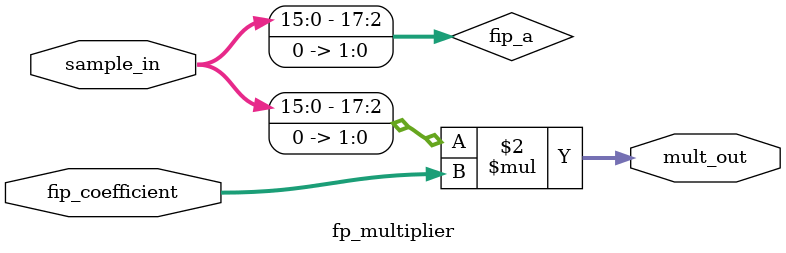
<source format=sv>
module fp_multiplier (
	input [15:0] sample_in,
	input signed [17:0] fip_coefficient, // fp: 3.15
	output logic signed [35:0] mult_out // fp: 19.17
);

logic signed [17:0] fip_a;

always_comb
begin
	fip_a = {sample_in, 2'd0}; // fp: 16.2
	mult_out = fip_a * fip_coefficient;
end

endmodule

</source>
